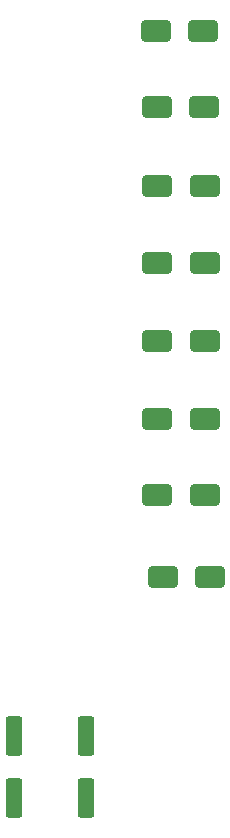
<source format=gbr>
%TF.GenerationSoftware,KiCad,Pcbnew,7.0.8*%
%TF.CreationDate,2024-03-10T19:24:50+01:00*%
%TF.ProjectId,Hacheur 4Q,48616368-6575-4722-9034-512e6b696361,rev?*%
%TF.SameCoordinates,Original*%
%TF.FileFunction,Paste,Top*%
%TF.FilePolarity,Positive*%
%FSLAX46Y46*%
G04 Gerber Fmt 4.6, Leading zero omitted, Abs format (unit mm)*
G04 Created by KiCad (PCBNEW 7.0.8) date 2024-03-10 19:24:50*
%MOMM*%
%LPD*%
G01*
G04 APERTURE LIST*
G04 Aperture macros list*
%AMRoundRect*
0 Rectangle with rounded corners*
0 $1 Rounding radius*
0 $2 $3 $4 $5 $6 $7 $8 $9 X,Y pos of 4 corners*
0 Add a 4 corners polygon primitive as box body*
4,1,4,$2,$3,$4,$5,$6,$7,$8,$9,$2,$3,0*
0 Add four circle primitives for the rounded corners*
1,1,$1+$1,$2,$3*
1,1,$1+$1,$4,$5*
1,1,$1+$1,$6,$7*
1,1,$1+$1,$8,$9*
0 Add four rect primitives between the rounded corners*
20,1,$1+$1,$2,$3,$4,$5,0*
20,1,$1+$1,$4,$5,$6,$7,0*
20,1,$1+$1,$6,$7,$8,$9,0*
20,1,$1+$1,$8,$9,$2,$3,0*%
G04 Aperture macros list end*
%ADD10RoundRect,0.250000X-1.000000X-0.650000X1.000000X-0.650000X1.000000X0.650000X-1.000000X0.650000X0*%
%ADD11RoundRect,0.249999X-0.450001X-1.425001X0.450001X-1.425001X0.450001X1.425001X-0.450001X1.425001X0*%
G04 APERTURE END LIST*
D10*
%TO.C,D7*%
X199000000Y-79350000D03*
X203000000Y-79350000D03*
%TD*%
%TO.C,D8*%
X199500000Y-86250000D03*
X203500000Y-86250000D03*
%TD*%
%TO.C,D1*%
X198900000Y-40000000D03*
X202900000Y-40000000D03*
%TD*%
%TO.C,D2*%
X198950000Y-46500000D03*
X202950000Y-46500000D03*
%TD*%
%TO.C,D6*%
X199000000Y-72850000D03*
X203000000Y-72850000D03*
%TD*%
D11*
%TO.C,R2*%
X186850000Y-99750000D03*
X192950000Y-99750000D03*
%TD*%
D10*
%TO.C,D5*%
X199000000Y-66300000D03*
X203000000Y-66300000D03*
%TD*%
%TO.C,D4*%
X199000000Y-59700000D03*
X203000000Y-59700000D03*
%TD*%
D11*
%TO.C,R1*%
X186900000Y-105000000D03*
X193000000Y-105000000D03*
%TD*%
D10*
%TO.C,D3*%
X199000000Y-53150000D03*
X203000000Y-53150000D03*
%TD*%
M02*

</source>
